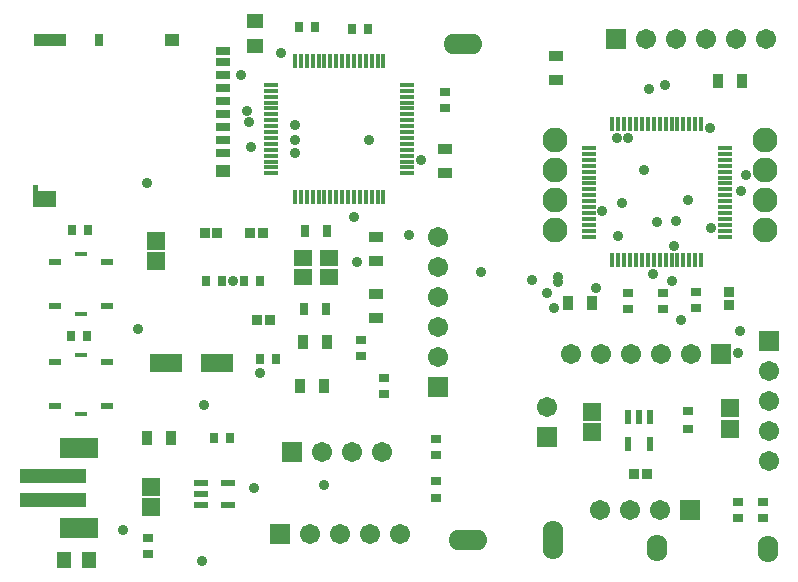
<source format=gbr>
G04*
G04 #@! TF.GenerationSoftware,Altium Limited,Altium Designer,22.4.2 (48)*
G04*
G04 Layer_Color=8388736*
%FSLAX25Y25*%
%MOIN*%
G70*
G04*
G04 #@! TF.SameCoordinates,BE1E711C-C8E7-489F-BFDC-0012772F392D*
G04*
G04*
G04 #@! TF.FilePolarity,Negative*
G04*
G01*
G75*
%ADD13R,0.06127X0.06213*%
%ADD14R,0.04724X0.01181*%
%ADD15R,0.01181X0.04724*%
%ADD16R,0.03197X0.03666*%
%ADD17R,0.03543X0.03150*%
%ADD18R,0.02362X0.04724*%
%ADD19R,0.03197X0.02593*%
%ADD20R,0.04749X0.03765*%
%ADD21R,0.03666X0.03197*%
%ADD22R,0.03765X0.04749*%
%ADD23R,0.02977X0.04355*%
%ADD26R,0.04724X0.02756*%
%ADD27R,0.03150X0.03937*%
%ADD28R,0.04724X0.03937*%
%ADD29R,0.11024X0.03937*%
%ADD30C,0.04507*%
%ADD31R,0.04724X0.01181*%
%ADD32R,0.01181X0.04724*%
%ADD34R,0.03937X0.02362*%
%ADD35R,0.03937X0.01772*%
%ADD36R,0.02593X0.03197*%
%ADD38R,0.04724X0.02362*%
%ADD40R,0.11024X0.06299*%
%ADD41R,0.22453X0.04737*%
%ADD42R,0.12611X0.07099*%
%ADD43R,0.06312X0.05328*%
%ADD44R,0.05131X0.05524*%
%ADD45R,0.05524X0.05131*%
%ADD46R,0.06706X0.06706*%
%ADD47C,0.06706*%
%ADD48R,0.06706X0.06706*%
%ADD49C,0.08300*%
%ADD50C,0.08200*%
%ADD51O,0.06800X0.13005*%
%ADD52O,0.06800X0.09068*%
%ADD53O,0.13005X0.06800*%
%ADD54C,0.03556*%
G36*
X126587Y428370D02*
X127177Y427779D01*
X132689D01*
Y422661D01*
X125209D01*
Y429945D01*
X126587D01*
Y428370D01*
D02*
G37*
D13*
X311500Y354402D02*
D03*
Y347598D02*
D03*
X357500Y355500D02*
D03*
Y348696D02*
D03*
X164500Y329402D02*
D03*
Y322598D02*
D03*
X166000Y411402D02*
D03*
Y404598D02*
D03*
D14*
X310362Y442264D02*
D03*
Y440295D02*
D03*
Y438327D02*
D03*
Y436358D02*
D03*
Y434390D02*
D03*
Y432421D02*
D03*
Y430453D02*
D03*
Y428484D02*
D03*
Y426516D02*
D03*
Y424547D02*
D03*
Y422579D02*
D03*
Y420610D02*
D03*
Y418642D02*
D03*
Y416673D02*
D03*
Y414705D02*
D03*
Y412736D02*
D03*
X355638D02*
D03*
Y414705D02*
D03*
Y416673D02*
D03*
Y418642D02*
D03*
Y420610D02*
D03*
Y422579D02*
D03*
Y424547D02*
D03*
Y426516D02*
D03*
Y428484D02*
D03*
Y430453D02*
D03*
Y432421D02*
D03*
Y434390D02*
D03*
Y436358D02*
D03*
Y438327D02*
D03*
Y440295D02*
D03*
Y442264D02*
D03*
D15*
X318236Y404862D02*
D03*
X320205D02*
D03*
X322173D02*
D03*
X324142D02*
D03*
X326110D02*
D03*
X328079D02*
D03*
X330047D02*
D03*
X332016D02*
D03*
X333984D02*
D03*
X335953D02*
D03*
X337921D02*
D03*
X339890D02*
D03*
X341858D02*
D03*
X343827D02*
D03*
X345795D02*
D03*
X347764D02*
D03*
Y450138D02*
D03*
X345795D02*
D03*
X343827D02*
D03*
X341858D02*
D03*
X339890D02*
D03*
X337921D02*
D03*
X335953D02*
D03*
X333984D02*
D03*
X332016D02*
D03*
X330047D02*
D03*
X328079D02*
D03*
X326110D02*
D03*
X324142D02*
D03*
X322173D02*
D03*
X320205D02*
D03*
X318236D02*
D03*
D16*
X357000Y394128D02*
D03*
Y389872D02*
D03*
D17*
X343500Y354453D02*
D03*
Y348547D02*
D03*
X259500Y325500D02*
D03*
Y331406D02*
D03*
D18*
X330740Y343472D02*
D03*
X323260D02*
D03*
Y352528D02*
D03*
X327000D02*
D03*
X330740D02*
D03*
D19*
X368500Y318836D02*
D03*
Y324164D02*
D03*
X360000D02*
D03*
Y318836D02*
D03*
X346000Y394164D02*
D03*
Y388836D02*
D03*
X335000Y393828D02*
D03*
Y388500D02*
D03*
X323500Y393828D02*
D03*
Y388500D02*
D03*
X262500Y455672D02*
D03*
Y461000D02*
D03*
X163500Y306836D02*
D03*
Y312164D02*
D03*
X234500Y372836D02*
D03*
Y378164D02*
D03*
X242000Y360172D02*
D03*
Y365500D02*
D03*
X259500Y345164D02*
D03*
Y339836D02*
D03*
D20*
X299500Y473035D02*
D03*
Y464965D02*
D03*
X239500Y385465D02*
D03*
Y393535D02*
D03*
Y412535D02*
D03*
Y404465D02*
D03*
X262500Y442035D02*
D03*
Y433965D02*
D03*
D21*
X329628Y333500D02*
D03*
X325372D02*
D03*
X201628Y414000D02*
D03*
X197372D02*
D03*
X186500D02*
D03*
X182244D02*
D03*
X199872Y385000D02*
D03*
X204128D02*
D03*
D22*
X353465Y464500D02*
D03*
X361535D02*
D03*
X303465Y390500D02*
D03*
X311535D02*
D03*
X214965Y377500D02*
D03*
X223035D02*
D03*
X171035Y345500D02*
D03*
X162965D02*
D03*
X213965Y363000D02*
D03*
X222035D02*
D03*
D23*
X223142Y414500D02*
D03*
X215858D02*
D03*
X215358Y388500D02*
D03*
X222642D02*
D03*
D26*
X188398Y440575D02*
D03*
Y444906D02*
D03*
Y449236D02*
D03*
Y453567D02*
D03*
Y457898D02*
D03*
Y462228D02*
D03*
Y466559D02*
D03*
Y470890D02*
D03*
Y474630D02*
D03*
D27*
X147059Y478370D02*
D03*
D28*
X188398Y434472D02*
D03*
X171469Y478370D02*
D03*
D29*
X130720D02*
D03*
D30*
X129988Y425165D02*
D03*
D31*
X249776Y463343D02*
D03*
Y461374D02*
D03*
Y459406D02*
D03*
Y457437D02*
D03*
Y455469D02*
D03*
Y453500D02*
D03*
Y451532D02*
D03*
Y449563D02*
D03*
Y447595D02*
D03*
Y445626D02*
D03*
Y443658D02*
D03*
Y441689D02*
D03*
Y439721D02*
D03*
Y437752D02*
D03*
Y435784D02*
D03*
Y433815D02*
D03*
X204500D02*
D03*
Y435784D02*
D03*
Y437752D02*
D03*
Y439721D02*
D03*
Y441689D02*
D03*
Y443658D02*
D03*
Y445626D02*
D03*
Y447595D02*
D03*
Y449563D02*
D03*
Y451532D02*
D03*
Y453500D02*
D03*
Y455469D02*
D03*
Y457437D02*
D03*
Y459406D02*
D03*
Y461374D02*
D03*
Y463343D02*
D03*
D32*
X241902Y425941D02*
D03*
X239933D02*
D03*
X237965D02*
D03*
X235996D02*
D03*
X234028D02*
D03*
X232059D02*
D03*
X230091D02*
D03*
X228122D02*
D03*
X226154D02*
D03*
X224185D02*
D03*
X222217D02*
D03*
X220248D02*
D03*
X218280D02*
D03*
X216311D02*
D03*
X214343D02*
D03*
X212374D02*
D03*
Y471217D02*
D03*
X214343D02*
D03*
X216311D02*
D03*
X218280D02*
D03*
X220248D02*
D03*
X222217D02*
D03*
X224185D02*
D03*
X226154D02*
D03*
X228122D02*
D03*
X230091D02*
D03*
X232059D02*
D03*
X234028D02*
D03*
X235996D02*
D03*
X237965D02*
D03*
X239933D02*
D03*
X241902D02*
D03*
D34*
X149661Y370784D02*
D03*
Y356217D02*
D03*
X132339Y370784D02*
D03*
Y356217D02*
D03*
Y389717D02*
D03*
Y404284D02*
D03*
X149661Y389717D02*
D03*
Y404284D02*
D03*
D35*
X141000Y373441D02*
D03*
Y353559D02*
D03*
Y387059D02*
D03*
Y406941D02*
D03*
D36*
X231336Y482000D02*
D03*
X236664D02*
D03*
X137836Y379500D02*
D03*
X143164D02*
D03*
X143328Y415000D02*
D03*
X138000D02*
D03*
X200836Y372000D02*
D03*
X206164D02*
D03*
X190664Y345500D02*
D03*
X185336D02*
D03*
X219164Y482500D02*
D03*
X213836D02*
D03*
X195336Y398000D02*
D03*
X200664D02*
D03*
X182836D02*
D03*
X188164D02*
D03*
D38*
X181000Y330740D02*
D03*
Y327000D02*
D03*
Y323260D02*
D03*
X190055D02*
D03*
Y330740D02*
D03*
D40*
X169535Y370500D02*
D03*
X186465D02*
D03*
D41*
X131642Y325063D02*
D03*
Y332937D02*
D03*
D42*
X140500Y342386D02*
D03*
Y315614D02*
D03*
D43*
X223831Y399350D02*
D03*
X215169D02*
D03*
Y405650D02*
D03*
X223831D02*
D03*
D44*
X143634Y305000D02*
D03*
X135366D02*
D03*
D45*
X199000Y484634D02*
D03*
Y476366D02*
D03*
D46*
X296500Y346000D02*
D03*
X370500Y378000D02*
D03*
X260000Y362500D02*
D03*
D47*
X296500Y356000D02*
D03*
X314000Y321500D02*
D03*
X324000D02*
D03*
X334000D02*
D03*
X370500Y338000D02*
D03*
Y348000D02*
D03*
Y358000D02*
D03*
Y368000D02*
D03*
X304500Y373500D02*
D03*
X314500D02*
D03*
X324500D02*
D03*
X334500D02*
D03*
X344500D02*
D03*
X369500Y478500D02*
D03*
X359500D02*
D03*
X349500D02*
D03*
X339500D02*
D03*
X329500D02*
D03*
X217500Y313500D02*
D03*
X227500D02*
D03*
X237500D02*
D03*
X247500D02*
D03*
X241500Y341000D02*
D03*
X231500D02*
D03*
X221500D02*
D03*
X260000Y412500D02*
D03*
Y402500D02*
D03*
Y392500D02*
D03*
Y382500D02*
D03*
Y372500D02*
D03*
D48*
X344000Y321500D02*
D03*
X354500Y373500D02*
D03*
X319500Y478500D02*
D03*
X207500Y313500D02*
D03*
X211500Y341000D02*
D03*
D49*
X369000Y415000D02*
D03*
Y425000D02*
D03*
X299000Y445000D02*
D03*
Y435000D02*
D03*
X369000Y445000D02*
D03*
X299000Y425000D02*
D03*
X369000Y435000D02*
D03*
X299000Y415000D02*
D03*
D50*
X369000D02*
D03*
Y445000D02*
D03*
Y435000D02*
D03*
Y425000D02*
D03*
X299000Y445000D02*
D03*
Y435000D02*
D03*
Y425000D02*
D03*
Y415000D02*
D03*
D51*
X298500Y311500D02*
D03*
D52*
X333000Y309000D02*
D03*
X370000Y308500D02*
D03*
D53*
X270000Y311500D02*
D03*
X268500Y477000D02*
D03*
D54*
X312600Y395700D02*
D03*
X314900Y421300D02*
D03*
X300000Y399300D02*
D03*
Y397600D02*
D03*
X291300Y398400D02*
D03*
X320205Y413100D02*
D03*
X321300Y424100D02*
D03*
X323400Y445700D02*
D03*
X350600Y448800D02*
D03*
X331600Y400300D02*
D03*
X298900Y388872D02*
D03*
X360900Y381400D02*
D03*
X351100Y415700D02*
D03*
X335700Y463300D02*
D03*
X339300Y418100D02*
D03*
X360100Y374060D02*
D03*
X330300Y462000D02*
D03*
X338600Y409700D02*
D03*
X338100Y398000D02*
D03*
X296300Y393879D02*
D03*
X333000Y417700D02*
D03*
X319700Y445500D02*
D03*
X341200Y385000D02*
D03*
X328858Y435000D02*
D03*
X343335Y424800D02*
D03*
X361166Y427878D02*
D03*
X362885Y433115D02*
D03*
X232059Y419200D02*
D03*
X200836Y367200D02*
D03*
X207800Y473800D02*
D03*
X250300Y413200D02*
D03*
X194368Y466559D02*
D03*
X196500Y454528D02*
D03*
X254400Y438300D02*
D03*
X191800Y398000D02*
D03*
X197821Y442700D02*
D03*
X233200Y404400D02*
D03*
X198700Y329000D02*
D03*
X197000Y450800D02*
D03*
X163000Y430500D02*
D03*
X129000Y425500D02*
D03*
X212500Y450000D02*
D03*
Y445000D02*
D03*
Y440500D02*
D03*
X182000Y356500D02*
D03*
X222000Y330000D02*
D03*
X274500Y401000D02*
D03*
X237000Y445000D02*
D03*
X160000Y382000D02*
D03*
X155000Y315000D02*
D03*
X181500Y304500D02*
D03*
D03*
M02*

</source>
